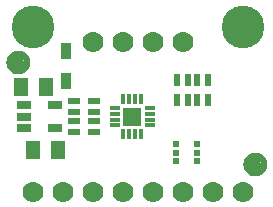
<source format=gbr>
G04 EAGLE Gerber RS-274X export*
G75*
%MOMM*%
%FSLAX34Y34*%
%LPD*%
%INSoldermask Top*%
%IPPOS*%
%AMOC8*
5,1,8,0,0,1.08239X$1,22.5*%
G01*
%ADD10R,1.601600X1.601600*%
%ADD11R,0.350000X0.880000*%
%ADD12R,0.880000X0.350000*%
%ADD13R,1.301600X0.651600*%
%ADD14R,1.301600X1.601600*%
%ADD15C,1.101600*%
%ADD16C,0.500000*%
%ADD17C,3.617600*%
%ADD18R,1.001600X0.551600*%
%ADD19C,1.778000*%
%ADD20R,0.901600X1.451600*%
%ADD21R,0.551600X1.001600*%
%ADD22R,0.601600X0.601600*%
%ADD23R,0.601600X0.501600*%


D10*
X109220Y88900D03*
D11*
X101720Y73900D03*
X106720Y73900D03*
X111720Y73900D03*
X116720Y73900D03*
D12*
X124220Y81400D03*
X124220Y86400D03*
X124220Y91400D03*
X124220Y96400D03*
D11*
X116720Y103900D03*
X111720Y103900D03*
X106720Y103900D03*
X101720Y103900D03*
D12*
X94220Y96400D03*
X94220Y91400D03*
X94220Y86400D03*
X94220Y81400D03*
D13*
X17479Y98400D03*
X17479Y88900D03*
X17479Y79400D03*
X43481Y79400D03*
X43481Y98400D03*
D14*
X35900Y114300D03*
X14900Y114300D03*
X25060Y60960D03*
X46060Y60960D03*
D15*
X12700Y134620D03*
D16*
X12700Y142120D02*
X12519Y142118D01*
X12338Y142111D01*
X12157Y142100D01*
X11976Y142085D01*
X11796Y142065D01*
X11616Y142041D01*
X11437Y142013D01*
X11259Y141980D01*
X11082Y141943D01*
X10905Y141902D01*
X10730Y141857D01*
X10555Y141807D01*
X10382Y141753D01*
X10211Y141695D01*
X10040Y141633D01*
X9872Y141566D01*
X9705Y141496D01*
X9539Y141422D01*
X9376Y141343D01*
X9215Y141261D01*
X9055Y141175D01*
X8898Y141085D01*
X8743Y140991D01*
X8590Y140894D01*
X8440Y140792D01*
X8292Y140688D01*
X8146Y140579D01*
X8004Y140468D01*
X7864Y140352D01*
X7727Y140234D01*
X7592Y140112D01*
X7461Y139987D01*
X7333Y139859D01*
X7208Y139728D01*
X7086Y139593D01*
X6968Y139456D01*
X6852Y139316D01*
X6741Y139174D01*
X6632Y139028D01*
X6528Y138880D01*
X6426Y138730D01*
X6329Y138577D01*
X6235Y138422D01*
X6145Y138265D01*
X6059Y138105D01*
X5977Y137944D01*
X5898Y137781D01*
X5824Y137615D01*
X5754Y137448D01*
X5687Y137280D01*
X5625Y137109D01*
X5567Y136938D01*
X5513Y136765D01*
X5463Y136590D01*
X5418Y136415D01*
X5377Y136238D01*
X5340Y136061D01*
X5307Y135883D01*
X5279Y135704D01*
X5255Y135524D01*
X5235Y135344D01*
X5220Y135163D01*
X5209Y134982D01*
X5202Y134801D01*
X5200Y134620D01*
X12700Y142120D02*
X12881Y142118D01*
X13062Y142111D01*
X13243Y142100D01*
X13424Y142085D01*
X13604Y142065D01*
X13784Y142041D01*
X13963Y142013D01*
X14141Y141980D01*
X14318Y141943D01*
X14495Y141902D01*
X14670Y141857D01*
X14845Y141807D01*
X15018Y141753D01*
X15189Y141695D01*
X15360Y141633D01*
X15528Y141566D01*
X15695Y141496D01*
X15861Y141422D01*
X16024Y141343D01*
X16185Y141261D01*
X16345Y141175D01*
X16502Y141085D01*
X16657Y140991D01*
X16810Y140894D01*
X16960Y140792D01*
X17108Y140688D01*
X17254Y140579D01*
X17396Y140468D01*
X17536Y140352D01*
X17673Y140234D01*
X17808Y140112D01*
X17939Y139987D01*
X18067Y139859D01*
X18192Y139728D01*
X18314Y139593D01*
X18432Y139456D01*
X18548Y139316D01*
X18659Y139174D01*
X18768Y139028D01*
X18872Y138880D01*
X18974Y138730D01*
X19071Y138577D01*
X19165Y138422D01*
X19255Y138265D01*
X19341Y138105D01*
X19423Y137944D01*
X19502Y137781D01*
X19576Y137615D01*
X19646Y137448D01*
X19713Y137280D01*
X19775Y137109D01*
X19833Y136938D01*
X19887Y136765D01*
X19937Y136590D01*
X19982Y136415D01*
X20023Y136238D01*
X20060Y136061D01*
X20093Y135883D01*
X20121Y135704D01*
X20145Y135524D01*
X20165Y135344D01*
X20180Y135163D01*
X20191Y134982D01*
X20198Y134801D01*
X20200Y134620D01*
X20198Y134439D01*
X20191Y134258D01*
X20180Y134077D01*
X20165Y133896D01*
X20145Y133716D01*
X20121Y133536D01*
X20093Y133357D01*
X20060Y133179D01*
X20023Y133002D01*
X19982Y132825D01*
X19937Y132650D01*
X19887Y132475D01*
X19833Y132302D01*
X19775Y132131D01*
X19713Y131960D01*
X19646Y131792D01*
X19576Y131625D01*
X19502Y131459D01*
X19423Y131296D01*
X19341Y131135D01*
X19255Y130975D01*
X19165Y130818D01*
X19071Y130663D01*
X18974Y130510D01*
X18872Y130360D01*
X18768Y130212D01*
X18659Y130066D01*
X18548Y129924D01*
X18432Y129784D01*
X18314Y129647D01*
X18192Y129512D01*
X18067Y129381D01*
X17939Y129253D01*
X17808Y129128D01*
X17673Y129006D01*
X17536Y128888D01*
X17396Y128772D01*
X17254Y128661D01*
X17108Y128552D01*
X16960Y128448D01*
X16810Y128346D01*
X16657Y128249D01*
X16502Y128155D01*
X16345Y128065D01*
X16185Y127979D01*
X16024Y127897D01*
X15861Y127818D01*
X15695Y127744D01*
X15528Y127674D01*
X15360Y127607D01*
X15189Y127545D01*
X15018Y127487D01*
X14845Y127433D01*
X14670Y127383D01*
X14495Y127338D01*
X14318Y127297D01*
X14141Y127260D01*
X13963Y127227D01*
X13784Y127199D01*
X13604Y127175D01*
X13424Y127155D01*
X13243Y127140D01*
X13062Y127129D01*
X12881Y127122D01*
X12700Y127120D01*
X12519Y127122D01*
X12338Y127129D01*
X12157Y127140D01*
X11976Y127155D01*
X11796Y127175D01*
X11616Y127199D01*
X11437Y127227D01*
X11259Y127260D01*
X11082Y127297D01*
X10905Y127338D01*
X10730Y127383D01*
X10555Y127433D01*
X10382Y127487D01*
X10211Y127545D01*
X10040Y127607D01*
X9872Y127674D01*
X9705Y127744D01*
X9539Y127818D01*
X9376Y127897D01*
X9215Y127979D01*
X9055Y128065D01*
X8898Y128155D01*
X8743Y128249D01*
X8590Y128346D01*
X8440Y128448D01*
X8292Y128552D01*
X8146Y128661D01*
X8004Y128772D01*
X7864Y128888D01*
X7727Y129006D01*
X7592Y129128D01*
X7461Y129253D01*
X7333Y129381D01*
X7208Y129512D01*
X7086Y129647D01*
X6968Y129784D01*
X6852Y129924D01*
X6741Y130066D01*
X6632Y130212D01*
X6528Y130360D01*
X6426Y130510D01*
X6329Y130663D01*
X6235Y130818D01*
X6145Y130975D01*
X6059Y131135D01*
X5977Y131296D01*
X5898Y131459D01*
X5824Y131625D01*
X5754Y131792D01*
X5687Y131960D01*
X5625Y132131D01*
X5567Y132302D01*
X5513Y132475D01*
X5463Y132650D01*
X5418Y132825D01*
X5377Y133002D01*
X5340Y133179D01*
X5307Y133357D01*
X5279Y133536D01*
X5255Y133716D01*
X5235Y133896D01*
X5220Y134077D01*
X5209Y134258D01*
X5202Y134439D01*
X5200Y134620D01*
D15*
X213360Y48260D03*
D16*
X213360Y55760D02*
X213179Y55758D01*
X212998Y55751D01*
X212817Y55740D01*
X212636Y55725D01*
X212456Y55705D01*
X212276Y55681D01*
X212097Y55653D01*
X211919Y55620D01*
X211742Y55583D01*
X211565Y55542D01*
X211390Y55497D01*
X211215Y55447D01*
X211042Y55393D01*
X210871Y55335D01*
X210700Y55273D01*
X210532Y55206D01*
X210365Y55136D01*
X210199Y55062D01*
X210036Y54983D01*
X209875Y54901D01*
X209715Y54815D01*
X209558Y54725D01*
X209403Y54631D01*
X209250Y54534D01*
X209100Y54432D01*
X208952Y54328D01*
X208806Y54219D01*
X208664Y54108D01*
X208524Y53992D01*
X208387Y53874D01*
X208252Y53752D01*
X208121Y53627D01*
X207993Y53499D01*
X207868Y53368D01*
X207746Y53233D01*
X207628Y53096D01*
X207512Y52956D01*
X207401Y52814D01*
X207292Y52668D01*
X207188Y52520D01*
X207086Y52370D01*
X206989Y52217D01*
X206895Y52062D01*
X206805Y51905D01*
X206719Y51745D01*
X206637Y51584D01*
X206558Y51421D01*
X206484Y51255D01*
X206414Y51088D01*
X206347Y50920D01*
X206285Y50749D01*
X206227Y50578D01*
X206173Y50405D01*
X206123Y50230D01*
X206078Y50055D01*
X206037Y49878D01*
X206000Y49701D01*
X205967Y49523D01*
X205939Y49344D01*
X205915Y49164D01*
X205895Y48984D01*
X205880Y48803D01*
X205869Y48622D01*
X205862Y48441D01*
X205860Y48260D01*
X213360Y55760D02*
X213541Y55758D01*
X213722Y55751D01*
X213903Y55740D01*
X214084Y55725D01*
X214264Y55705D01*
X214444Y55681D01*
X214623Y55653D01*
X214801Y55620D01*
X214978Y55583D01*
X215155Y55542D01*
X215330Y55497D01*
X215505Y55447D01*
X215678Y55393D01*
X215849Y55335D01*
X216020Y55273D01*
X216188Y55206D01*
X216355Y55136D01*
X216521Y55062D01*
X216684Y54983D01*
X216845Y54901D01*
X217005Y54815D01*
X217162Y54725D01*
X217317Y54631D01*
X217470Y54534D01*
X217620Y54432D01*
X217768Y54328D01*
X217914Y54219D01*
X218056Y54108D01*
X218196Y53992D01*
X218333Y53874D01*
X218468Y53752D01*
X218599Y53627D01*
X218727Y53499D01*
X218852Y53368D01*
X218974Y53233D01*
X219092Y53096D01*
X219208Y52956D01*
X219319Y52814D01*
X219428Y52668D01*
X219532Y52520D01*
X219634Y52370D01*
X219731Y52217D01*
X219825Y52062D01*
X219915Y51905D01*
X220001Y51745D01*
X220083Y51584D01*
X220162Y51421D01*
X220236Y51255D01*
X220306Y51088D01*
X220373Y50920D01*
X220435Y50749D01*
X220493Y50578D01*
X220547Y50405D01*
X220597Y50230D01*
X220642Y50055D01*
X220683Y49878D01*
X220720Y49701D01*
X220753Y49523D01*
X220781Y49344D01*
X220805Y49164D01*
X220825Y48984D01*
X220840Y48803D01*
X220851Y48622D01*
X220858Y48441D01*
X220860Y48260D01*
X220858Y48079D01*
X220851Y47898D01*
X220840Y47717D01*
X220825Y47536D01*
X220805Y47356D01*
X220781Y47176D01*
X220753Y46997D01*
X220720Y46819D01*
X220683Y46642D01*
X220642Y46465D01*
X220597Y46290D01*
X220547Y46115D01*
X220493Y45942D01*
X220435Y45771D01*
X220373Y45600D01*
X220306Y45432D01*
X220236Y45265D01*
X220162Y45099D01*
X220083Y44936D01*
X220001Y44775D01*
X219915Y44615D01*
X219825Y44458D01*
X219731Y44303D01*
X219634Y44150D01*
X219532Y44000D01*
X219428Y43852D01*
X219319Y43706D01*
X219208Y43564D01*
X219092Y43424D01*
X218974Y43287D01*
X218852Y43152D01*
X218727Y43021D01*
X218599Y42893D01*
X218468Y42768D01*
X218333Y42646D01*
X218196Y42528D01*
X218056Y42412D01*
X217914Y42301D01*
X217768Y42192D01*
X217620Y42088D01*
X217470Y41986D01*
X217317Y41889D01*
X217162Y41795D01*
X217005Y41705D01*
X216845Y41619D01*
X216684Y41537D01*
X216521Y41458D01*
X216355Y41384D01*
X216188Y41314D01*
X216020Y41247D01*
X215849Y41185D01*
X215678Y41127D01*
X215505Y41073D01*
X215330Y41023D01*
X215155Y40978D01*
X214978Y40937D01*
X214801Y40900D01*
X214623Y40867D01*
X214444Y40839D01*
X214264Y40815D01*
X214084Y40795D01*
X213903Y40780D01*
X213722Y40769D01*
X213541Y40762D01*
X213360Y40760D01*
X213179Y40762D01*
X212998Y40769D01*
X212817Y40780D01*
X212636Y40795D01*
X212456Y40815D01*
X212276Y40839D01*
X212097Y40867D01*
X211919Y40900D01*
X211742Y40937D01*
X211565Y40978D01*
X211390Y41023D01*
X211215Y41073D01*
X211042Y41127D01*
X210871Y41185D01*
X210700Y41247D01*
X210532Y41314D01*
X210365Y41384D01*
X210199Y41458D01*
X210036Y41537D01*
X209875Y41619D01*
X209715Y41705D01*
X209558Y41795D01*
X209403Y41889D01*
X209250Y41986D01*
X209100Y42088D01*
X208952Y42192D01*
X208806Y42301D01*
X208664Y42412D01*
X208524Y42528D01*
X208387Y42646D01*
X208252Y42768D01*
X208121Y42893D01*
X207993Y43021D01*
X207868Y43152D01*
X207746Y43287D01*
X207628Y43424D01*
X207512Y43564D01*
X207401Y43706D01*
X207292Y43852D01*
X207188Y44000D01*
X207086Y44150D01*
X206989Y44303D01*
X206895Y44458D01*
X206805Y44615D01*
X206719Y44775D01*
X206637Y44936D01*
X206558Y45099D01*
X206484Y45265D01*
X206414Y45432D01*
X206347Y45600D01*
X206285Y45771D01*
X206227Y45942D01*
X206173Y46115D01*
X206123Y46290D01*
X206078Y46465D01*
X206037Y46642D01*
X206000Y46819D01*
X205967Y46997D01*
X205939Y47176D01*
X205915Y47356D01*
X205895Y47536D01*
X205880Y47717D01*
X205869Y47898D01*
X205862Y48079D01*
X205860Y48260D01*
D17*
X25400Y165100D03*
D18*
X77080Y101900D03*
X60080Y101900D03*
X77080Y92900D03*
X77080Y84900D03*
X77080Y75900D03*
X60080Y75900D03*
X60080Y92900D03*
X60080Y84900D03*
D17*
X203200Y165100D03*
D19*
X25400Y25400D03*
X50800Y25400D03*
X76200Y25400D03*
X101600Y25400D03*
X127000Y25400D03*
X152400Y25400D03*
X177800Y25400D03*
X203200Y25400D03*
D20*
X53340Y144780D03*
X53340Y119380D03*
D19*
X76200Y152400D03*
X101600Y152400D03*
X127000Y152400D03*
X152400Y152400D03*
D21*
X147020Y120260D03*
X147020Y103260D03*
X156020Y120260D03*
X164020Y120260D03*
X173020Y120260D03*
X173020Y103260D03*
X156020Y103260D03*
X164020Y103260D03*
D22*
X163940Y50920D03*
D23*
X163940Y58420D03*
D22*
X163940Y65920D03*
X145940Y65920D03*
D23*
X145940Y58420D03*
D22*
X145940Y50920D03*
M02*

</source>
